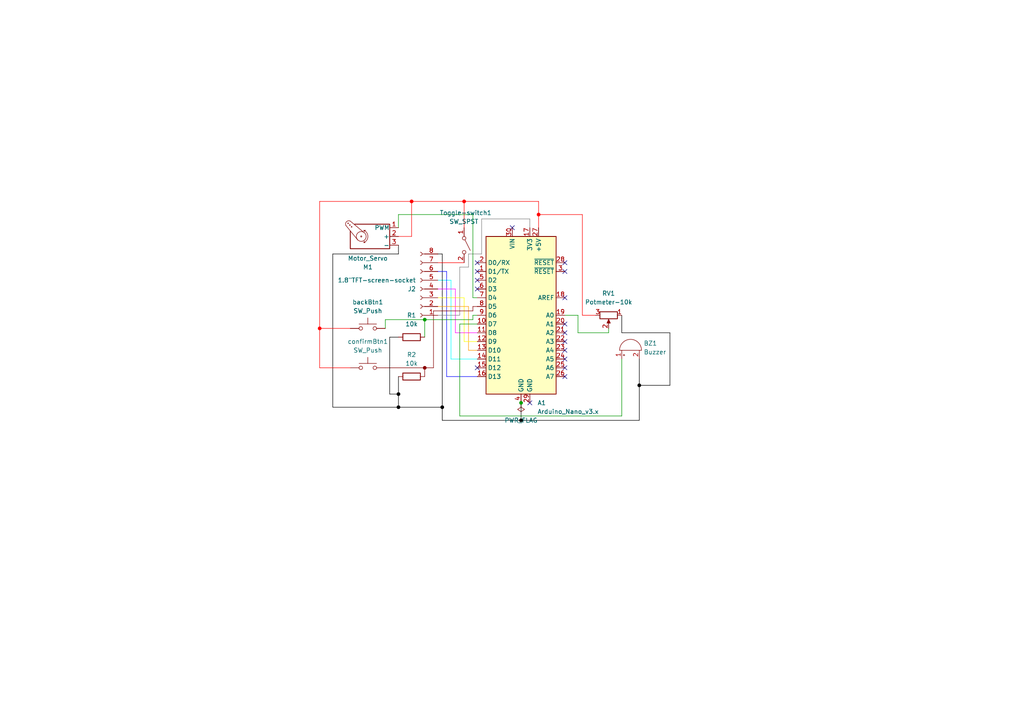
<source format=kicad_sch>
(kicad_sch (version 20231120) (generator "eeschema") (generator_version "8.0")
  (paper "A4")
  (lib_symbols
    (symbol "Connector:Conn_01x08_Socket" (pin_names (offset 1.016) hide)
      (property "Reference" "J" (at 0 10.16 0))
      (property "Value" "Conn_01x08_Socket" (at 0 -12.7 0))
      (symbol "Conn_01x08_Socket_1_1"
        (arc (start 0 -9.652) (mid -0.5058 -10.16) (end 0 -10.668) (stroke (width 0.1524)))
        (arc (start 0 -7.112) (mid -0.5058 -7.62) (end 0 -8.128) (stroke (width 0.1524)))
        (arc (start 0 -4.572) (mid -0.5058 -5.08) (end 0 -5.588) (stroke (width 0.1524)))
        (arc (start 0 -2.032) (mid -0.5058 -2.54) (end 0 -3.048) (stroke (width 0.1524)))
        (polyline (pts (xy -1.27 -10.16) (xy -0.508 -10.16)) (stroke (width 0.1524)))
        (polyline (pts (xy -1.27 -7.62) (xy -0.508 -7.62)) (stroke (width 0.1524)))
        (polyline (pts (xy -1.27 -5.08) (xy -0.508 -5.08)) (stroke (width 0.1524)))
        (polyline (pts (xy -1.27 -2.54) (xy -0.508 -2.54)) (stroke (width 0.1524)))
        (polyline (pts (xy -1.27 0) (xy -0.508 0)) (stroke (width 0.1524)))
        (polyline (pts (xy -1.27 2.54) (xy -0.508 2.54)) (stroke (width 0.1524)))
        (polyline (pts (xy -1.27 5.08) (xy -0.508 5.08)) (stroke (width 0.1524)))
        (polyline (pts (xy -1.27 7.62) (xy -0.508 7.62)) (stroke (width 0.1524)))
        (arc (start 0 0.508) (mid -0.5058 0) (end 0 -0.508) (stroke (width 0.1524)))
        (arc (start 0 3.048) (mid -0.5058 2.54) (end 0 2.032) (stroke (width 0.1524)))
        (arc (start 0 5.588) (mid -0.5058 5.08) (end 0 4.572) (stroke (width 0.1524)))
        (arc (start 0 8.128) (mid -0.5058 7.62) (end 0 7.112) (stroke (width 0.1524)))
        (pin passive line (at -5.08 7.62 0) (length 3.81) (name "Pin_1") (number "1"))
        (pin passive line (at -5.08 5.08 0) (length 3.81) (name "Pin_2") (number "2"))
        (pin passive line (at -5.08 2.54 0) (length 3.81) (name "Pin_3") (number "3"))
        (pin passive line (at -5.08 0 0) (length 3.81) (name "Pin_4") (number "4"))
        (pin passive line (at -5.08 -2.54 0) (length 3.81) (name "Pin_5") (number "5"))
        (pin passive line (at -5.08 -5.08 0) (length 3.81) (name "Pin_6") (number "6"))
        (pin passive line (at -5.08 -7.62 0) (length 3.81) (name "Pin_7") (number "7"))
        (pin passive line (at -5.08 -10.16 0) (length 3.81) (name "Pin_8") (number "8"))
      )
    )
    (symbol "Device:Buzzer" (pin_names (offset 0.0254) hide)
      (property "Reference" "BZ" (at 3.81 1.27 0))
      (property "Value" "Buzzer" (at 3.81 -1.27 0))
      (symbol "Buzzer_0_1"
        (arc (start 0 -3.175) (mid 3.1612 0) (end 0 3.175))
        (polyline (pts (xy -1.651 1.905) (xy -1.143 1.905)))
        (polyline (pts (xy -1.397 2.159) (xy -1.397 1.651)))
        (polyline (pts (xy 0 3.175) (xy 0 -3.175)))
      )
      (symbol "Buzzer_1_1"
        (pin passive line (at -2.54 2.54 0) (length 2.54) (name "+") (number "1"))
        (pin passive line (at -2.54 -2.54 0) (length 2.54) (name "-") (number "2"))
      )
    )
    (symbol "Device:R" (pin_numbers hide) (pin_names (offset 0))
      (property "Reference" "R" (at 2.032 0 90))
      (property "Value" "R" (at 0 0 90))
      (symbol "R_0_1"
        (rectangle (start -1.016 -2.54) (end 1.016 2.54) (stroke (width 0.254)))
      )
      (symbol "R_1_1"
        (pin passive line (at 0 3.81 270) (length 1.27) (name "~") (number "1"))
        (pin passive line (at 0 -3.81 90) (length 1.27) (name "~") (number "2"))
      )
    )
    (symbol "Device:R_Potentiometer" (pin_names (offset 1.016) hide)
      (property "Reference" "RV" (at -4.445 0 90))
      (property "Value" "R_Potentiometer" (at -2.54 0 90))
      (symbol "R_Potentiometer_0_1"
        (polyline (pts (xy 2.54 0) (xy 1.524 0)))
        (polyline (pts (xy 1.143 0) (xy 2.286 0.508) (xy 2.286 -0.508) (xy 1.143 0)) (fill (type outline)))
        (rectangle (start 1.016 2.54) (end -1.016 -2.54) (stroke (width 0.254)))
      )
      (symbol "R_Potentiometer_1_1"
        (pin passive line (at 0 3.81 270) (length 1.27) (name "1") (number "1"))
        (pin passive line (at 3.81 0 180) (length 1.27) (name "2") (number "2"))
        (pin passive line (at 0 -3.81 90) (length 1.27) (name "3") (number "3"))
      )
    )
    (symbol "MCU_Module:Arduino_Nano_v3.x"
      (property "Reference" "A" (at -10.16 23.495 0))
      (property "Value" "Arduino_Nano_v3.x" (at 5.08 -24.13 0))
      (symbol "Arduino_Nano_v3.x_0_1"
        (rectangle (start -10.16 22.86) (end 10.16 -22.86) (stroke (width 0.254)) (fill (type background)))
      )
      (symbol "Arduino_Nano_v3.x_1_1"
        (pin bidirectional line (at -12.7 12.7 0) (length 2.54) (name "D1/TX") (number "1"))
        (pin bidirectional line (at -12.7 -2.54 0) (length 2.54) (name "D7") (number "10"))
        (pin bidirectional line (at -12.7 -5.08 0) (length 2.54) (name "D8") (number "11"))
        (pin bidirectional line (at -12.7 -7.62 0) (length 2.54) (name "D9") (number "12"))
        (pin bidirectional line (at -12.7 -10.16 0) (length 2.54) (name "D10") (number "13"))
        (pin bidirectional line (at -12.7 -12.7 0) (length 2.54) (name "D11") (number "14"))
        (pin bidirectional line (at -12.7 -15.24 0) (length 2.54) (name "D12") (number "15"))
        (pin bidirectional line (at -12.7 -17.78 0) (length 2.54) (name "D13") (number "16"))
        (pin power_out line (at 2.54 25.4 270) (length 2.54) (name "3V3") (number "17"))
        (pin input line (at 12.7 5.08 180) (length 2.54) (name "AREF") (number "18"))
        (pin bidirectional line (at 12.7 0 180) (length 2.54) (name "A0") (number "19"))
        (pin bidirectional line (at -12.7 15.24 0) (length 2.54) (name "D0/RX") (number "2"))
        (pin bidirectional line (at 12.7 -2.54 180) (length 2.54) (name "A1") (number "20"))
        (pin bidirectional line (at 12.7 -5.08 180) (length 2.54) (name "A2") (number "21"))
        (pin bidirectional line (at 12.7 -7.62 180) (length 2.54) (name "A3") (number "22"))
        (pin bidirectional line (at 12.7 -10.16 180) (length 2.54) (name "A4") (number "23"))
        (pin bidirectional line (at 12.7 -12.7 180) (length 2.54) (name "A5") (number "24"))
        (pin bidirectional line (at 12.7 -15.24 180) (length 2.54) (name "A6") (number "25"))
        (pin bidirectional line (at 12.7 -17.78 180) (length 2.54) (name "A7") (number "26"))
        (pin power_out line (at 5.08 25.4 270) (length 2.54) (name "+5V") (number "27"))
        (pin input line (at 12.7 15.24 180) (length 2.54) (name "~{RESET}") (number "28"))
        (pin power_in line (at 2.54 -25.4 90) (length 2.54) (name "GND") (number "29"))
        (pin input line (at 12.7 12.7 180) (length 2.54) (name "~{RESET}") (number "3"))
        (pin power_in line (at -2.54 25.4 270) (length 2.54) (name "VIN") (number "30"))
        (pin power_in line (at 0 -25.4 90) (length 2.54) (name "GND") (number "4"))
        (pin bidirectional line (at -12.7 10.16 0) (length 2.54) (name "D2") (number "5"))
        (pin bidirectional line (at -12.7 7.62 0) (length 2.54) (name "D3") (number "6"))
        (pin bidirectional line (at -12.7 5.08 0) (length 2.54) (name "D4") (number "7"))
        (pin bidirectional line (at -12.7 2.54 0) (length 2.54) (name "D5") (number "8"))
        (pin bidirectional line (at -12.7 0 0) (length 2.54) (name "D6") (number "9"))
      )
    )
    (symbol "Motor:Motor_Servo" (pin_names (offset 0.0254))
      (property "Reference" "M" (at -5.08 4.445 0))
      (property "Value" "Motor_Servo" (at -5.08 -4.064 0))
      (symbol "Motor_Servo_0_1"
        (polyline (pts (xy 2.413 -1.778) (xy 2.032 -1.778)))
        (polyline (pts (xy 2.413 -1.778) (xy 2.286 -1.397)))
        (polyline (pts (xy 2.413 1.778) (xy 1.905 1.778)))
        (polyline (pts (xy 2.413 1.778) (xy 2.286 1.397)))
        (polyline (pts (xy 6.35 4.445) (xy 2.54 1.27)))
        (polyline (pts (xy 7.62 3.175) (xy 4.191 -1.016)))
        (polyline (pts (xy 5.08 3.556) (xy -5.08 3.556) (xy -5.08 -3.556) (xy 6.35 -3.556) (xy 6.35 1.524)) (stroke (width 0.254)))
        (arc (start 2.413 1.778) (mid 1.2406 0) (end 2.413 -1.778))
        (circle (center 3.175 0) (radius 0.1778))
        (circle (center 3.175 0) (radius 1.4224))
        (circle (center 5.969 2.794) (radius 0.127))
        (circle (center 6.477 3.302) (radius 0.127))
        (circle (center 6.985 3.81) (radius 0.127))
        (arc (start 7.62 3.175) (mid 7.4485 4.2735) (end 6.35 4.445))
      )
      (symbol "Motor_Servo_1_1"
        (pin passive line (at -7.62 2.54 0) (length 2.54) (name "PWM") (number "1"))
        (pin passive line (at -7.62 0 0) (length 2.54) (name "+") (number "2"))
        (pin passive line (at -7.62 -2.54 0) (length 2.54) (name "-") (number "3"))
      )
    )
    (symbol "Switch:SW_Push" (pin_numbers hide) (pin_names (offset 1.016) hide)
      (property "Reference" "SW" (at 1.27 2.54 0))
      (property "Value" "SW_Push" (at 0 -1.524 0))
      (symbol "SW_Push_0_1"
        (circle (center -2.032 0) (radius 0.508))
        (polyline (pts (xy 0 1.27) (xy 0 3.048)))
        (polyline (pts (xy 2.54 1.27) (xy -2.54 1.27)))
        (circle (center 2.032 0) (radius 0.508))
        (pin passive line (at -5.08 0 0) (length 2.54) (name "1") (number "1"))
        (pin passive line (at 5.08 0 180) (length 2.54) (name "2") (number "2"))
      )
    )
    (symbol "Switch:SW_SPST" (pin_names (offset 0) hide)
      (property "Reference" "SW" (at 0 3.175 0))
      (property "Value" "SW_SPST" (at 0 -2.54 0))
      (symbol "SW_SPST_0_0"
        (circle (center -2.032 0) (radius 0.508))
        (polyline (pts (xy -1.524 0.254) (xy 1.524 1.778)))
        (circle (center 2.032 0) (radius 0.508))
      )
      (symbol "SW_SPST_1_1"
        (pin passive line (at -5.08 0 0) (length 2.54) (name "A") (number "1"))
        (pin passive line (at 5.08 0 180) (length 2.54) (name "B") (number "2"))
      )
    )
    (symbol "power:PWR_FLAG" (power) (pin_numbers hide) (pin_names (offset 0) hide)
      (property "Value" "PWR_FLAG" (at 0 3.81 0))
      (symbol "PWR_FLAG_0_0"
        (pin power_out line (at 0 0 90) (length 0) (name "~") (number "1"))
      )
      (symbol "PWR_FLAG_0_1"
        (polyline (pts (xy 0 0) (xy 0 1.27) (xy -1.016 1.905) (xy 0 2.54) (xy 1.016 1.905) (xy 0 1.27)))
      )
    )
  )
  (junction (at 115.57 118.11) (color 0 0 0 1))
  (junction (at 156.21 62.23) (color 255 0 0 1))
  (junction (at 134.62 58.42) (color 255 0 0 1))
  (junction (at 92.71 95.25) (color 255 0 0 1))
  (junction (at 151.13 116.84))
  (junction (at 119.38 58.42) (color 255 0 0 1))
  (junction (at 123.19 92.71))
  (junction (at 123.19 106.68) (color 132 0 0 1))
  (junction (at 128.27 118.11) (color 0 0 0 1))
  (junction (at 185.42 111.76) (color 0 0 0 1))
  (junction (at 151.13 121.92) (color 0 0 0 1))
  (junction (at 115.57 114.3) (color 0 0 0 1))
  (no_connect (at 163.83 78.74))
  (no_connect (at 138.43 83.82))
  (no_connect (at 163.83 104.14))
  (no_connect (at 163.83 93.98))
  (no_connect (at 163.83 109.22))
  (no_connect (at 148.59 66.04))
  (no_connect (at 138.43 106.68))
  (no_connect (at 163.83 76.2))
  (no_connect (at 163.83 96.52))
  (no_connect (at 153.67 116.84))
  (no_connect (at 163.83 86.36))
  (no_connect (at 138.43 76.2))
  (no_connect (at 163.83 99.06))
  (no_connect (at 163.83 101.6))
  (no_connect (at 138.43 78.74))
  (no_connect (at 163.83 106.68))
  (no_connect (at 138.43 81.28))
  (wire (pts (xy 115.57 114.3) (xy 115.57 118.11)) (stroke (width 0) (color 0 0 0 1)))
  (wire (pts (xy 137.16 88.9) (xy 137.16 90.17)) (stroke (width 0) (color 132 0 0 1)))
  (wire (pts (xy 113.03 97.79) (xy 113.03 114.3)) (stroke (width 0) (color 0 0 0 1)))
  (wire (pts (xy 133.35 120.65) (xy 133.35 93.98)))
  (wire (pts (xy 127 88.9) (xy 135.89 88.9)) (stroke (width 0) (color 255 153 0 1)))
  (wire (pts (xy 167.64 96.52) (xy 167.64 91.44)))
  (wire (pts (xy 115.57 62.23) (xy 137.16 62.23)))
  (wire (pts (xy 123.19 106.68) (xy 123.19 109.22)) (stroke (width 0) (color 132 0 0 1)))
  (wire (pts (xy 134.62 86.36) (xy 134.62 99.06)) (stroke (width 0) (color 255 255 0 1)))
  (wire (pts (xy 129.54 78.74) (xy 129.54 109.22)) (stroke (width 0) (color 0 0 255 1)))
  (wire (pts (xy 123.19 106.68) (xy 111.76 106.68)) (stroke (width 0) (color 132 0 0 1)))
  (wire (pts (xy 115.57 62.23) (xy 115.57 66.04)))
  (wire (pts (xy 128.27 118.11) (xy 128.27 121.92)) (stroke (width 0) (color 0 0 0 1)))
  (wire (pts (xy 119.38 68.58) (xy 119.38 58.42)) (stroke (width 0) (color 255 0 0 1)))
  (wire (pts (xy 180.34 96.52) (xy 194.31 96.52)) (stroke (width 0) (color 0 0 0 1)))
  (wire (pts (xy 168.91 62.23) (xy 156.21 62.23)) (stroke (width 0) (color 255 0 0 1)))
  (wire (pts (xy 115.57 118.11) (xy 128.27 118.11)) (stroke (width 0) (color 0 0 0 1)))
  (wire (pts (xy 167.64 91.44) (xy 163.83 91.44)))
  (wire (pts (xy 115.57 109.22) (xy 115.57 114.3)) (stroke (width 0) (color 0 0 0 1)))
  (wire (pts (xy 127 81.28) (xy 130.81 81.28)) (stroke (width 0) (color 0 255 255 1)))
  (wire (pts (xy 137.16 92.71) (xy 123.19 92.71)))
  (wire (pts (xy 185.42 104.14) (xy 185.42 111.76)) (stroke (width 0) (color 0 0 0 1)))
  (wire (pts (xy 113.03 114.3) (xy 115.57 114.3)) (stroke (width 0) (color 0 0 0 1)))
  (wire (pts (xy 133.35 91.44) (xy 133.35 77.47)) (stroke (width 0) (color 132 132 132 1)))
  (wire (pts (xy 135.89 101.6) (xy 138.43 101.6)) (stroke (width 0) (color 255 153 0 1)))
  (wire (pts (xy 134.62 58.42) (xy 134.62 66.04)) (stroke (width 0) (color 255 0 0 1)))
  (wire (pts (xy 127 83.82) (xy 132.08 83.82)) (stroke (width 0) (color 255 0 255 1)))
  (wire (pts (xy 123.19 92.71) (xy 111.76 92.71)))
  (wire (pts (xy 125.73 90.17) (xy 125.73 106.68)) (stroke (width 0) (color 132 0 0 1)))
  (wire (pts (xy 138.43 91.44) (xy 137.16 91.44)))
  (wire (pts (xy 194.31 111.76) (xy 185.42 111.76)) (stroke (width 0) (color 0 0 0 1)))
  (wire (pts (xy 127 78.74) (xy 129.54 78.74)) (stroke (width 0) (color 0 0 255 1)))
  (wire (pts (xy 127 91.44) (xy 133.35 91.44)) (stroke (width 0) (color 132 132 132 1)))
  (wire (pts (xy 115.57 68.58) (xy 119.38 68.58)) (stroke (width 0) (color 255 0 0 1)))
  (wire (pts (xy 137.16 90.17) (xy 125.73 90.17)) (stroke (width 0) (color 132 0 0 1)))
  (wire (pts (xy 156.21 62.23) (xy 156.21 66.04)) (stroke (width 0) (color 255 0 0 1)))
  (wire (pts (xy 119.38 58.42) (xy 134.62 58.42)) (stroke (width 0) (color 255 0 0 1)))
  (wire (pts (xy 194.31 96.52) (xy 194.31 111.76)) (stroke (width 0) (color 0 0 0 1)))
  (wire (pts (xy 115.57 97.79) (xy 113.03 97.79)) (stroke (width 0) (color 0 0 0 1)))
  (wire (pts (xy 115.57 71.12) (xy 115.57 73.66)) (stroke (width 0) (color 0 0 0 1)))
  (wire (pts (xy 176.53 95.25) (xy 176.53 96.52)))
  (wire (pts (xy 130.81 104.14) (xy 138.43 104.14)) (stroke (width 0) (color 0 255 255 1)))
  (wire (pts (xy 127 73.66) (xy 128.27 73.66)) (stroke (width 0) (color 0 0 0 1)))
  (wire (pts (xy 127 86.36) (xy 134.62 86.36)) (stroke (width 0) (color 255 255 0 1)))
  (wire (pts (xy 134.62 99.06) (xy 138.43 99.06)) (stroke (width 0) (color 255 255 0 1)))
  (wire (pts (xy 156.21 58.42) (xy 156.21 62.23)) (stroke (width 0) (color 255 0 0 1)))
  (wire (pts (xy 185.42 111.76) (xy 185.42 121.92)) (stroke (width 0) (color 0 0 0 1)))
  (wire (pts (xy 137.16 62.23) (xy 137.16 86.36)))
  (wire (pts (xy 133.35 77.47) (xy 135.89 77.47)) (stroke (width 0) (color 132 132 132 1)))
  (wire (pts (xy 92.71 95.25) (xy 92.71 58.42)) (stroke (width 0) (color 255 0 0 1)))
  (wire (pts (xy 132.08 96.52) (xy 138.43 96.52)) (stroke (width 0) (color 255 0 255 1)))
  (wire (pts (xy 172.72 91.44) (xy 168.91 91.44)) (stroke (width 0) (color 255 0 0 1)))
  (wire (pts (xy 101.6 106.68) (xy 92.71 106.68)) (stroke (width 0) (color 255 0 0 1)))
  (wire (pts (xy 129.54 109.22) (xy 138.43 109.22)) (stroke (width 0) (color 0 0 255 1)))
  (wire (pts (xy 137.16 86.36) (xy 138.43 86.36)))
  (wire (pts (xy 176.53 96.52) (xy 167.64 96.52)))
  (wire (pts (xy 96.52 73.66) (xy 96.52 118.11)) (stroke (width 0) (color 0 0 0 1)))
  (wire (pts (xy 168.91 91.44) (xy 168.91 62.23)) (stroke (width 0) (color 255 0 0 1)))
  (wire (pts (xy 137.16 91.44) (xy 137.16 92.71)))
  (wire (pts (xy 111.76 92.71) (xy 111.76 95.25)))
  (wire (pts (xy 135.89 88.9) (xy 135.89 101.6)) (stroke (width 0) (color 255 153 0 1)))
  (wire (pts (xy 127 76.2) (xy 134.62 76.2)) (stroke (width 0) (color 255 0 0 1)))
  (wire (pts (xy 125.73 106.68) (xy 123.19 106.68)) (stroke (width 0) (color 132 0 0 1)))
  (wire (pts (xy 96.52 118.11) (xy 115.57 118.11)) (stroke (width 0) (color 0 0 0 1)))
  (wire (pts (xy 153.67 63.5) (xy 153.67 66.04)) (stroke (width 0) (color 132 132 132 1)))
  (wire (pts (xy 123.19 92.71) (xy 123.19 97.79)))
  (wire (pts (xy 130.81 81.28) (xy 130.81 104.14)) (stroke (width 0) (color 0 255 255 1)))
  (wire (pts (xy 138.43 88.9) (xy 137.16 88.9)) (stroke (width 0) (color 132 0 0 1)))
  (wire (pts (xy 135.89 73.66) (xy 139.7 73.66)) (stroke (width 0) (color 132 132 132 1)))
  (wire (pts (xy 132.08 83.82) (xy 132.08 96.52)) (stroke (width 0) (color 255 0 255 1)))
  (wire (pts (xy 133.35 93.98) (xy 138.43 93.98)))
  (wire (pts (xy 92.71 58.42) (xy 119.38 58.42)) (stroke (width 0) (color 255 0 0 1)))
  (wire (pts (xy 180.34 91.44) (xy 180.34 96.52)) (stroke (width 0) (color 0 0 0 1)))
  (wire (pts (xy 92.71 106.68) (xy 92.71 95.25)) (stroke (width 0) (color 255 0 0 1)))
  (wire (pts (xy 185.42 121.92) (xy 151.13 121.92)) (stroke (width 0) (color 0 0 0 1)))
  (wire (pts (xy 180.34 120.65) (xy 133.35 120.65)))
  (wire (pts (xy 139.7 63.5) (xy 153.67 63.5)) (stroke (width 0) (color 132 132 132 1)))
  (wire (pts (xy 139.7 73.66) (xy 139.7 63.5)) (stroke (width 0) (color 132 132 132 1)))
  (wire (pts (xy 135.89 77.47) (xy 135.89 73.66)) (stroke (width 0) (color 132 132 132 1)))
  (wire (pts (xy 128.27 121.92) (xy 151.13 121.92)) (stroke (width 0) (color 0 0 0 1)))
  (wire (pts (xy 128.27 73.66) (xy 128.27 118.11)) (stroke (width 0) (color 0 0 0 1)))
  (wire (pts (xy 180.34 104.14) (xy 180.34 120.65)))
  (wire (pts (xy 101.6 95.25) (xy 92.71 95.25)) (stroke (width 0) (color 255 0 0 1)))
  (wire (pts (xy 134.62 58.42) (xy 156.21 58.42)) (stroke (width 0) (color 255 0 0 1)))
  (wire (pts (xy 115.57 73.66) (xy 96.52 73.66)) (stroke (width 0) (color 0 0 0 1)))
  (wire (pts (xy 151.13 121.92) (xy 151.13 116.84)) (stroke (width 0) (color 0 0 0 1)))
  (symbol (lib_id "Device:Buzzer") (at 182.88 101.6 90) (unit 1)
    (property "Reference" "BZ1" (at 186.69 99.5748 90) (effects (justify right)))
    (property "Value" "Buzzer" (at 186.69 102.1148 90) (effects (justify right)))
    (property "Footprint" "Buzzer_Beeper:Buzzer_TDK_PS1240P02BT_D12.2mm_H6.5mm" (effects (hide yes)))
    (property "Description" "Buzzer, polarized" (effects (hide yes)))
  )
  (symbol (lib_id "Connector:Conn_01x08_Socket") (at 121.92 83.82 180) (unit 1)
    (property "Reference" "J2" (at 120.65 83.8201 0) (effects (justify left)))
    (property "Value" "1.8\"TFT-screen-socket" (at 120.65 81.28 0) (effects (justify left)))
    (property "Footprint" "Connector_PinSocket_2.54mm:PinSocket_1x08_P2.54mm_Vertical" (effects (hide yes)))
    (property "Description" "Generic connector, single row, 01x08, script generated" (effects (hide yes)))
  )
  (symbol (lib_id "Switch:SW_Push") (at 106.68 106.68 0) (unit 1)
    (property "Reference" "confirmBtn1" (at 106.68 99.06 0))
    (property "Value" "SW_Push" (at 106.68 101.6 0))
    (property "Footprint" "Button_Switch_THT:SW_Push_2P1T_Toggle_CK_PVA1xxH1xxxxxxV2" (effects (hide yes)))
    (property "Description" "Push button switch, generic, two pins" (effects (hide yes)))
  )
  (symbol (lib_id "Switch:SW_SPST") (at 134.62 71.12 270) (unit 1)
    (property "Reference" "Toggle-switch1" (at 127.508 61.722 90) (effects (justify left)))
    (property "Value" "SW_SPST" (at 130.302 64.262 90) (effects (justify left)))
    (property "Footprint" "Connector_PinSocket_2.54mm:PinSocket_1x03_P2.54mm_Vertical" (effects (hide yes)))
    (property "Description" "Single Pole Single Throw (SPST) switch" (effects (hide yes)))
  )
  (symbol (lib_id "Device:R_Potentiometer") (at 176.53 91.44 270) (unit 1)
    (property "Reference" "RV1" (at 176.53 85.09 90))
    (property "Value" "Potmeter-10k" (at 176.53 87.63 90))
    (property "Footprint" "Potentiometer_THT:Potentiometer_Piher_PC-16_Single_Vertical" (effects (hide yes)))
    (property "Description" "Potentiometer" (effects (hide yes)))
  )
  (symbol (lib_id "MCU_Module:Arduino_Nano_v3.x") (at 151.13 91.44 0) (unit 1)
    (property "Reference" "A1" (at 155.8641 116.84 0) (effects (justify left)))
    (property "Value" "Arduino_Nano_v3.x" (at 155.8641 119.38 0) (effects (justify left)))
    (property "Footprint" "Module:Arduino_Nano" (effects (hide yes)))
    (property "Datasheet" "http://www.mouser.com/pdfdocs/Gravitech_Arduino_Nano3_0.pdf" (effects (hide yes)))
    (property "Description" "Arduino Nano v3.x" (effects (hide yes)))
  )
  (symbol (lib_id "Device:R") (at 119.38 109.22 90) (unit 1)
    (property "Reference" "R2" (at 119.38 102.87 90))
    (property "Value" "10k" (at 119.38 105.41 90))
    (property "Footprint" "Resistor_THT:R_Axial_DIN0207_L6.3mm_D2.5mm_P10.16mm_Horizontal" (effects (hide yes)))
    (property "Description" "Resistor" (effects (hide yes)))
  )
  (symbol (lib_id "power:PWR_FLAG") (at 151.13 116.84 180) (unit 1)
    (property "Reference" "#FLG01" (effects (hide yes)))
    (property "Value" "PWR_FLAG" (at 151.13 121.92 0))
    (property "Description" "Special symbol for telling ERC where power comes from" (effects (hide yes)))
  )
  (symbol (lib_id "Device:R") (at 119.38 97.79 90) (unit 1)
    (property "Reference" "R1" (at 119.38 91.44 90))
    (property "Value" "10k" (at 119.38 93.98 90))
    (property "Footprint" "Resistor_THT:R_Axial_DIN0207_L6.3mm_D2.5mm_P10.16mm_Horizontal" (effects (hide yes)))
    (property "Description" "Resistor" (effects (hide yes)))
  )
  (symbol (lib_id "Motor:Motor_Servo") (at 107.95 68.58 0) (mirror y) (unit 1)
    (property "Reference" "M1" (at 106.6911 77.47 0))
    (property "Value" "Motor_Servo" (at 106.6911 74.93 0))
    (property "Footprint" "Connector_PinHeader_2.54mm:PinHeader_1x03_P2.54mm_Vertical" (effects (hide yes)))
    (property "Datasheet" "http://forums.parallax.com/uploads/attachments/46831/74481.png" (effects (hide yes)))
    (property "Description" "Servo Motor (Futaba, HiTec, JR connector)" (effects (hide yes)))
  )
  (symbol (lib_id "Switch:SW_Push") (at 106.68 95.25 0) (unit 1)
    (property "Reference" "backBtn1" (at 106.68 87.63 0))
    (property "Value" "SW_Push" (at 106.68 90.17 0))
    (property "Footprint" "Button_Switch_THT:SW_Push_2P1T_Toggle_CK_PVA1xxH1xxxxxxV2" (effects (hide yes)))
    (property "Description" "Push button switch, generic, two pins" (effects (hide yes)))
  )
)
</source>
